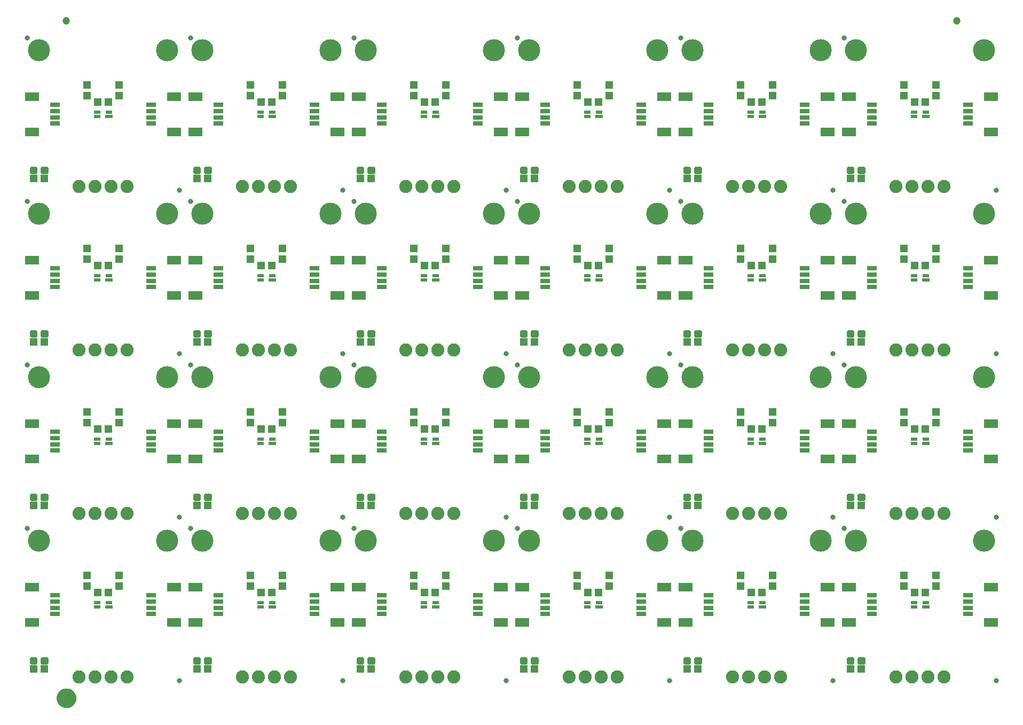
<source format=gts>
G75*
%MOIN*%
%OFA0B0*%
%FSLAX25Y25*%
%IPPOS*%
%LPD*%
%AMOC8*
5,1,8,0,0,1.08239X$1,22.5*
%
%ADD10R,0.04343X0.02178*%
%ADD11R,0.04737X0.02178*%
%ADD12R,0.05131X0.04737*%
%ADD13C,0.01990*%
%ADD14R,0.04737X0.05131*%
%ADD15R,0.08674X0.05524*%
%ADD16R,0.06115X0.03162*%
%ADD17C,0.08200*%
%ADD18C,0.13800*%
%ADD19C,0.03300*%
%ADD20C,0.04737*%
%ADD21C,0.05000*%
%ADD22C,0.06706*%
D10*
X0075010Y0077372D03*
X0075010Y0080128D03*
X0082490Y0080128D03*
X0177010Y0080128D03*
X0177010Y0077372D03*
X0184490Y0080128D03*
X0279010Y0080128D03*
X0279010Y0077372D03*
X0286490Y0080128D03*
X0381010Y0080128D03*
X0381010Y0077372D03*
X0388490Y0080128D03*
X0483010Y0080128D03*
X0483010Y0077372D03*
X0490490Y0080128D03*
X0585010Y0080128D03*
X0585010Y0077372D03*
X0592490Y0080128D03*
X0585010Y0179372D03*
X0585010Y0182128D03*
X0592490Y0182128D03*
X0490490Y0182128D03*
X0483010Y0182128D03*
X0483010Y0179372D03*
X0388490Y0182128D03*
X0381010Y0182128D03*
X0381010Y0179372D03*
X0286490Y0182128D03*
X0279010Y0182128D03*
X0279010Y0179372D03*
X0184490Y0182128D03*
X0177010Y0182128D03*
X0177010Y0179372D03*
X0082490Y0182128D03*
X0075010Y0182128D03*
X0075010Y0179372D03*
X0075010Y0281372D03*
X0075010Y0284128D03*
X0082490Y0284128D03*
X0177010Y0284128D03*
X0177010Y0281372D03*
X0184490Y0284128D03*
X0279010Y0284128D03*
X0279010Y0281372D03*
X0286490Y0284128D03*
X0381010Y0284128D03*
X0381010Y0281372D03*
X0388490Y0284128D03*
X0483010Y0284128D03*
X0483010Y0281372D03*
X0490490Y0284128D03*
X0585010Y0284128D03*
X0585010Y0281372D03*
X0592490Y0284128D03*
X0585010Y0383372D03*
X0585010Y0386128D03*
X0592490Y0386128D03*
X0490490Y0386128D03*
X0483010Y0386128D03*
X0483010Y0383372D03*
X0388490Y0386128D03*
X0381010Y0386128D03*
X0381010Y0383372D03*
X0286490Y0386128D03*
X0279010Y0386128D03*
X0279010Y0383372D03*
X0184490Y0386128D03*
X0177010Y0386128D03*
X0177010Y0383372D03*
X0082490Y0386128D03*
X0075010Y0386128D03*
X0075010Y0383372D03*
D11*
X0082293Y0383372D03*
X0184293Y0383372D03*
X0286293Y0383372D03*
X0388293Y0383372D03*
X0490293Y0383372D03*
X0592293Y0383372D03*
X0592293Y0281372D03*
X0490293Y0281372D03*
X0388293Y0281372D03*
X0286293Y0281372D03*
X0184293Y0281372D03*
X0082293Y0281372D03*
X0082293Y0179372D03*
X0184293Y0179372D03*
X0286293Y0179372D03*
X0388293Y0179372D03*
X0490293Y0179372D03*
X0592293Y0179372D03*
X0592293Y0077372D03*
X0490293Y0077372D03*
X0388293Y0077372D03*
X0286293Y0077372D03*
X0184293Y0077372D03*
X0082293Y0077372D03*
D12*
X0035404Y0038750D03*
X0042096Y0038750D03*
X0075404Y0086250D03*
X0082096Y0086250D03*
X0042096Y0140750D03*
X0035404Y0140750D03*
X0075404Y0188250D03*
X0082096Y0188250D03*
X0137404Y0140750D03*
X0144096Y0140750D03*
X0177404Y0188250D03*
X0184096Y0188250D03*
X0239404Y0140750D03*
X0246096Y0140750D03*
X0279404Y0188250D03*
X0286096Y0188250D03*
X0341404Y0140750D03*
X0348096Y0140750D03*
X0381404Y0188250D03*
X0388096Y0188250D03*
X0443404Y0140750D03*
X0450096Y0140750D03*
X0483404Y0188250D03*
X0490096Y0188250D03*
X0545404Y0140750D03*
X0552096Y0140750D03*
X0585404Y0188250D03*
X0592096Y0188250D03*
X0552096Y0242750D03*
X0545404Y0242750D03*
X0585404Y0290250D03*
X0592096Y0290250D03*
X0552096Y0344750D03*
X0545404Y0344750D03*
X0585404Y0392250D03*
X0592096Y0392250D03*
X0490096Y0392250D03*
X0483404Y0392250D03*
X0450096Y0344750D03*
X0443404Y0344750D03*
X0388096Y0392250D03*
X0381404Y0392250D03*
X0348096Y0344750D03*
X0341404Y0344750D03*
X0286096Y0392250D03*
X0279404Y0392250D03*
X0246096Y0344750D03*
X0239404Y0344750D03*
X0184096Y0392250D03*
X0177404Y0392250D03*
X0144096Y0344750D03*
X0137404Y0344750D03*
X0082096Y0392250D03*
X0075404Y0392250D03*
X0042096Y0344750D03*
X0035404Y0344750D03*
X0075404Y0290250D03*
X0082096Y0290250D03*
X0042096Y0242750D03*
X0035404Y0242750D03*
X0137404Y0242750D03*
X0144096Y0242750D03*
X0177404Y0290250D03*
X0184096Y0290250D03*
X0239404Y0242750D03*
X0246096Y0242750D03*
X0279404Y0290250D03*
X0286096Y0290250D03*
X0341404Y0242750D03*
X0348096Y0242750D03*
X0381404Y0290250D03*
X0388096Y0290250D03*
X0443404Y0242750D03*
X0450096Y0242750D03*
X0483404Y0290250D03*
X0490096Y0290250D03*
X0490096Y0086250D03*
X0483404Y0086250D03*
X0450096Y0038750D03*
X0443404Y0038750D03*
X0388096Y0086250D03*
X0381404Y0086250D03*
X0348096Y0038750D03*
X0341404Y0038750D03*
X0286096Y0086250D03*
X0279404Y0086250D03*
X0246096Y0038750D03*
X0239404Y0038750D03*
X0184096Y0086250D03*
X0177404Y0086250D03*
X0144096Y0038750D03*
X0137404Y0038750D03*
X0545404Y0038750D03*
X0552096Y0038750D03*
X0585404Y0086250D03*
X0592096Y0086250D03*
D13*
X0550830Y0045123D02*
X0550830Y0042377D01*
X0550830Y0045123D02*
X0553576Y0045123D01*
X0553576Y0042377D01*
X0550830Y0042377D01*
X0550830Y0044267D02*
X0553576Y0044267D01*
X0543924Y0045123D02*
X0543924Y0042377D01*
X0543924Y0045123D02*
X0546670Y0045123D01*
X0546670Y0042377D01*
X0543924Y0042377D01*
X0543924Y0044267D02*
X0546670Y0044267D01*
X0448830Y0045123D02*
X0448830Y0042377D01*
X0448830Y0045123D02*
X0451576Y0045123D01*
X0451576Y0042377D01*
X0448830Y0042377D01*
X0448830Y0044267D02*
X0451576Y0044267D01*
X0441924Y0045123D02*
X0441924Y0042377D01*
X0441924Y0045123D02*
X0444670Y0045123D01*
X0444670Y0042377D01*
X0441924Y0042377D01*
X0441924Y0044267D02*
X0444670Y0044267D01*
X0346830Y0045123D02*
X0346830Y0042377D01*
X0346830Y0045123D02*
X0349576Y0045123D01*
X0349576Y0042377D01*
X0346830Y0042377D01*
X0346830Y0044267D02*
X0349576Y0044267D01*
X0339924Y0045123D02*
X0339924Y0042377D01*
X0339924Y0045123D02*
X0342670Y0045123D01*
X0342670Y0042377D01*
X0339924Y0042377D01*
X0339924Y0044267D02*
X0342670Y0044267D01*
X0244830Y0045123D02*
X0244830Y0042377D01*
X0244830Y0045123D02*
X0247576Y0045123D01*
X0247576Y0042377D01*
X0244830Y0042377D01*
X0244830Y0044267D02*
X0247576Y0044267D01*
X0237924Y0045123D02*
X0237924Y0042377D01*
X0237924Y0045123D02*
X0240670Y0045123D01*
X0240670Y0042377D01*
X0237924Y0042377D01*
X0237924Y0044267D02*
X0240670Y0044267D01*
X0142830Y0045123D02*
X0142830Y0042377D01*
X0142830Y0045123D02*
X0145576Y0045123D01*
X0145576Y0042377D01*
X0142830Y0042377D01*
X0142830Y0044267D02*
X0145576Y0044267D01*
X0135924Y0045123D02*
X0135924Y0042377D01*
X0135924Y0045123D02*
X0138670Y0045123D01*
X0138670Y0042377D01*
X0135924Y0042377D01*
X0135924Y0044267D02*
X0138670Y0044267D01*
X0040830Y0045123D02*
X0040830Y0042377D01*
X0040830Y0045123D02*
X0043576Y0045123D01*
X0043576Y0042377D01*
X0040830Y0042377D01*
X0040830Y0044267D02*
X0043576Y0044267D01*
X0033924Y0045123D02*
X0033924Y0042377D01*
X0033924Y0045123D02*
X0036670Y0045123D01*
X0036670Y0042377D01*
X0033924Y0042377D01*
X0033924Y0044267D02*
X0036670Y0044267D01*
X0033924Y0144377D02*
X0033924Y0147123D01*
X0036670Y0147123D01*
X0036670Y0144377D01*
X0033924Y0144377D01*
X0033924Y0146267D02*
X0036670Y0146267D01*
X0040830Y0147123D02*
X0040830Y0144377D01*
X0040830Y0147123D02*
X0043576Y0147123D01*
X0043576Y0144377D01*
X0040830Y0144377D01*
X0040830Y0146267D02*
X0043576Y0146267D01*
X0135924Y0147123D02*
X0135924Y0144377D01*
X0135924Y0147123D02*
X0138670Y0147123D01*
X0138670Y0144377D01*
X0135924Y0144377D01*
X0135924Y0146267D02*
X0138670Y0146267D01*
X0142830Y0147123D02*
X0142830Y0144377D01*
X0142830Y0147123D02*
X0145576Y0147123D01*
X0145576Y0144377D01*
X0142830Y0144377D01*
X0142830Y0146267D02*
X0145576Y0146267D01*
X0237924Y0147123D02*
X0237924Y0144377D01*
X0237924Y0147123D02*
X0240670Y0147123D01*
X0240670Y0144377D01*
X0237924Y0144377D01*
X0237924Y0146267D02*
X0240670Y0146267D01*
X0244830Y0147123D02*
X0244830Y0144377D01*
X0244830Y0147123D02*
X0247576Y0147123D01*
X0247576Y0144377D01*
X0244830Y0144377D01*
X0244830Y0146267D02*
X0247576Y0146267D01*
X0339924Y0147123D02*
X0339924Y0144377D01*
X0339924Y0147123D02*
X0342670Y0147123D01*
X0342670Y0144377D01*
X0339924Y0144377D01*
X0339924Y0146267D02*
X0342670Y0146267D01*
X0346830Y0147123D02*
X0346830Y0144377D01*
X0346830Y0147123D02*
X0349576Y0147123D01*
X0349576Y0144377D01*
X0346830Y0144377D01*
X0346830Y0146267D02*
X0349576Y0146267D01*
X0441924Y0147123D02*
X0441924Y0144377D01*
X0441924Y0147123D02*
X0444670Y0147123D01*
X0444670Y0144377D01*
X0441924Y0144377D01*
X0441924Y0146267D02*
X0444670Y0146267D01*
X0448830Y0147123D02*
X0448830Y0144377D01*
X0448830Y0147123D02*
X0451576Y0147123D01*
X0451576Y0144377D01*
X0448830Y0144377D01*
X0448830Y0146267D02*
X0451576Y0146267D01*
X0543924Y0147123D02*
X0543924Y0144377D01*
X0543924Y0147123D02*
X0546670Y0147123D01*
X0546670Y0144377D01*
X0543924Y0144377D01*
X0543924Y0146267D02*
X0546670Y0146267D01*
X0550830Y0147123D02*
X0550830Y0144377D01*
X0550830Y0147123D02*
X0553576Y0147123D01*
X0553576Y0144377D01*
X0550830Y0144377D01*
X0550830Y0146267D02*
X0553576Y0146267D01*
X0550830Y0246377D02*
X0550830Y0249123D01*
X0553576Y0249123D01*
X0553576Y0246377D01*
X0550830Y0246377D01*
X0550830Y0248267D02*
X0553576Y0248267D01*
X0543924Y0249123D02*
X0543924Y0246377D01*
X0543924Y0249123D02*
X0546670Y0249123D01*
X0546670Y0246377D01*
X0543924Y0246377D01*
X0543924Y0248267D02*
X0546670Y0248267D01*
X0448830Y0249123D02*
X0448830Y0246377D01*
X0448830Y0249123D02*
X0451576Y0249123D01*
X0451576Y0246377D01*
X0448830Y0246377D01*
X0448830Y0248267D02*
X0451576Y0248267D01*
X0441924Y0249123D02*
X0441924Y0246377D01*
X0441924Y0249123D02*
X0444670Y0249123D01*
X0444670Y0246377D01*
X0441924Y0246377D01*
X0441924Y0248267D02*
X0444670Y0248267D01*
X0346830Y0249123D02*
X0346830Y0246377D01*
X0346830Y0249123D02*
X0349576Y0249123D01*
X0349576Y0246377D01*
X0346830Y0246377D01*
X0346830Y0248267D02*
X0349576Y0248267D01*
X0339924Y0249123D02*
X0339924Y0246377D01*
X0339924Y0249123D02*
X0342670Y0249123D01*
X0342670Y0246377D01*
X0339924Y0246377D01*
X0339924Y0248267D02*
X0342670Y0248267D01*
X0244830Y0249123D02*
X0244830Y0246377D01*
X0244830Y0249123D02*
X0247576Y0249123D01*
X0247576Y0246377D01*
X0244830Y0246377D01*
X0244830Y0248267D02*
X0247576Y0248267D01*
X0237924Y0249123D02*
X0237924Y0246377D01*
X0237924Y0249123D02*
X0240670Y0249123D01*
X0240670Y0246377D01*
X0237924Y0246377D01*
X0237924Y0248267D02*
X0240670Y0248267D01*
X0142830Y0249123D02*
X0142830Y0246377D01*
X0142830Y0249123D02*
X0145576Y0249123D01*
X0145576Y0246377D01*
X0142830Y0246377D01*
X0142830Y0248267D02*
X0145576Y0248267D01*
X0135924Y0249123D02*
X0135924Y0246377D01*
X0135924Y0249123D02*
X0138670Y0249123D01*
X0138670Y0246377D01*
X0135924Y0246377D01*
X0135924Y0248267D02*
X0138670Y0248267D01*
X0040830Y0249123D02*
X0040830Y0246377D01*
X0040830Y0249123D02*
X0043576Y0249123D01*
X0043576Y0246377D01*
X0040830Y0246377D01*
X0040830Y0248267D02*
X0043576Y0248267D01*
X0033924Y0249123D02*
X0033924Y0246377D01*
X0033924Y0249123D02*
X0036670Y0249123D01*
X0036670Y0246377D01*
X0033924Y0246377D01*
X0033924Y0248267D02*
X0036670Y0248267D01*
X0033924Y0348377D02*
X0033924Y0351123D01*
X0036670Y0351123D01*
X0036670Y0348377D01*
X0033924Y0348377D01*
X0033924Y0350267D02*
X0036670Y0350267D01*
X0040830Y0351123D02*
X0040830Y0348377D01*
X0040830Y0351123D02*
X0043576Y0351123D01*
X0043576Y0348377D01*
X0040830Y0348377D01*
X0040830Y0350267D02*
X0043576Y0350267D01*
X0135924Y0351123D02*
X0135924Y0348377D01*
X0135924Y0351123D02*
X0138670Y0351123D01*
X0138670Y0348377D01*
X0135924Y0348377D01*
X0135924Y0350267D02*
X0138670Y0350267D01*
X0142830Y0351123D02*
X0142830Y0348377D01*
X0142830Y0351123D02*
X0145576Y0351123D01*
X0145576Y0348377D01*
X0142830Y0348377D01*
X0142830Y0350267D02*
X0145576Y0350267D01*
X0237924Y0351123D02*
X0237924Y0348377D01*
X0237924Y0351123D02*
X0240670Y0351123D01*
X0240670Y0348377D01*
X0237924Y0348377D01*
X0237924Y0350267D02*
X0240670Y0350267D01*
X0244830Y0351123D02*
X0244830Y0348377D01*
X0244830Y0351123D02*
X0247576Y0351123D01*
X0247576Y0348377D01*
X0244830Y0348377D01*
X0244830Y0350267D02*
X0247576Y0350267D01*
X0339924Y0351123D02*
X0339924Y0348377D01*
X0339924Y0351123D02*
X0342670Y0351123D01*
X0342670Y0348377D01*
X0339924Y0348377D01*
X0339924Y0350267D02*
X0342670Y0350267D01*
X0346830Y0351123D02*
X0346830Y0348377D01*
X0346830Y0351123D02*
X0349576Y0351123D01*
X0349576Y0348377D01*
X0346830Y0348377D01*
X0346830Y0350267D02*
X0349576Y0350267D01*
X0441924Y0351123D02*
X0441924Y0348377D01*
X0441924Y0351123D02*
X0444670Y0351123D01*
X0444670Y0348377D01*
X0441924Y0348377D01*
X0441924Y0350267D02*
X0444670Y0350267D01*
X0448830Y0351123D02*
X0448830Y0348377D01*
X0448830Y0351123D02*
X0451576Y0351123D01*
X0451576Y0348377D01*
X0448830Y0348377D01*
X0448830Y0350267D02*
X0451576Y0350267D01*
X0543924Y0351123D02*
X0543924Y0348377D01*
X0543924Y0351123D02*
X0546670Y0351123D01*
X0546670Y0348377D01*
X0543924Y0348377D01*
X0543924Y0350267D02*
X0546670Y0350267D01*
X0550830Y0351123D02*
X0550830Y0348377D01*
X0550830Y0351123D02*
X0553576Y0351123D01*
X0553576Y0348377D01*
X0550830Y0348377D01*
X0550830Y0350267D02*
X0553576Y0350267D01*
D14*
X0578750Y0396404D03*
X0578750Y0403096D03*
X0598750Y0403096D03*
X0598750Y0396404D03*
X0496750Y0396404D03*
X0496750Y0403096D03*
X0476750Y0403096D03*
X0476750Y0396404D03*
X0394750Y0396404D03*
X0394750Y0403096D03*
X0374750Y0403096D03*
X0374750Y0396404D03*
X0292750Y0396404D03*
X0292750Y0403096D03*
X0272750Y0403096D03*
X0272750Y0396404D03*
X0190750Y0396404D03*
X0190750Y0403096D03*
X0170750Y0403096D03*
X0170750Y0396404D03*
X0088750Y0396404D03*
X0088750Y0403096D03*
X0068750Y0403096D03*
X0068750Y0396404D03*
X0068750Y0301096D03*
X0068750Y0294404D03*
X0088750Y0294404D03*
X0088750Y0301096D03*
X0170750Y0301096D03*
X0170750Y0294404D03*
X0190750Y0294404D03*
X0190750Y0301096D03*
X0272750Y0301096D03*
X0272750Y0294404D03*
X0292750Y0294404D03*
X0292750Y0301096D03*
X0374750Y0301096D03*
X0374750Y0294404D03*
X0394750Y0294404D03*
X0394750Y0301096D03*
X0476750Y0301096D03*
X0476750Y0294404D03*
X0496750Y0294404D03*
X0496750Y0301096D03*
X0578750Y0301096D03*
X0578750Y0294404D03*
X0598750Y0294404D03*
X0598750Y0301096D03*
X0598750Y0199096D03*
X0598750Y0192404D03*
X0578750Y0192404D03*
X0578750Y0199096D03*
X0496750Y0199096D03*
X0496750Y0192404D03*
X0476750Y0192404D03*
X0476750Y0199096D03*
X0394750Y0199096D03*
X0394750Y0192404D03*
X0374750Y0192404D03*
X0374750Y0199096D03*
X0292750Y0199096D03*
X0292750Y0192404D03*
X0272750Y0192404D03*
X0272750Y0199096D03*
X0190750Y0199096D03*
X0190750Y0192404D03*
X0170750Y0192404D03*
X0170750Y0199096D03*
X0088750Y0199096D03*
X0088750Y0192404D03*
X0068750Y0192404D03*
X0068750Y0199096D03*
X0068750Y0097096D03*
X0068750Y0090404D03*
X0088750Y0090404D03*
X0088750Y0097096D03*
X0170750Y0097096D03*
X0170750Y0090404D03*
X0190750Y0090404D03*
X0190750Y0097096D03*
X0272750Y0097096D03*
X0272750Y0090404D03*
X0292750Y0090404D03*
X0292750Y0097096D03*
X0374750Y0097096D03*
X0374750Y0090404D03*
X0394750Y0090404D03*
X0394750Y0097096D03*
X0476750Y0097096D03*
X0476750Y0090404D03*
X0496750Y0090404D03*
X0496750Y0097096D03*
X0578750Y0097096D03*
X0578750Y0090404D03*
X0598750Y0090404D03*
X0598750Y0097096D03*
D15*
X0633219Y0089774D03*
X0633219Y0067726D03*
X0544281Y0067726D03*
X0531219Y0067726D03*
X0531219Y0089774D03*
X0544281Y0089774D03*
X0442281Y0089774D03*
X0429219Y0089774D03*
X0429219Y0067726D03*
X0442281Y0067726D03*
X0340281Y0067726D03*
X0327219Y0067726D03*
X0327219Y0089774D03*
X0340281Y0089774D03*
X0238281Y0089774D03*
X0225219Y0089774D03*
X0225219Y0067726D03*
X0238281Y0067726D03*
X0136281Y0067726D03*
X0123219Y0067726D03*
X0123219Y0089774D03*
X0136281Y0089774D03*
X0034281Y0089774D03*
X0034281Y0067726D03*
X0034281Y0169726D03*
X0034281Y0191774D03*
X0123219Y0191774D03*
X0136281Y0191774D03*
X0136281Y0169726D03*
X0123219Y0169726D03*
X0225219Y0169726D03*
X0238281Y0169726D03*
X0238281Y0191774D03*
X0225219Y0191774D03*
X0327219Y0191774D03*
X0340281Y0191774D03*
X0340281Y0169726D03*
X0327219Y0169726D03*
X0429219Y0169726D03*
X0442281Y0169726D03*
X0442281Y0191774D03*
X0429219Y0191774D03*
X0531219Y0191774D03*
X0544281Y0191774D03*
X0544281Y0169726D03*
X0531219Y0169726D03*
X0633219Y0169726D03*
X0633219Y0191774D03*
X0633219Y0271726D03*
X0633219Y0293774D03*
X0544281Y0293774D03*
X0531219Y0293774D03*
X0531219Y0271726D03*
X0544281Y0271726D03*
X0442281Y0271726D03*
X0429219Y0271726D03*
X0429219Y0293774D03*
X0442281Y0293774D03*
X0340281Y0293774D03*
X0327219Y0293774D03*
X0327219Y0271726D03*
X0340281Y0271726D03*
X0238281Y0271726D03*
X0225219Y0271726D03*
X0225219Y0293774D03*
X0238281Y0293774D03*
X0136281Y0293774D03*
X0123219Y0293774D03*
X0123219Y0271726D03*
X0136281Y0271726D03*
X0034281Y0271726D03*
X0034281Y0293774D03*
X0034281Y0373726D03*
X0034281Y0395774D03*
X0123219Y0395774D03*
X0136281Y0395774D03*
X0136281Y0373726D03*
X0123219Y0373726D03*
X0225219Y0373726D03*
X0238281Y0373726D03*
X0238281Y0395774D03*
X0225219Y0395774D03*
X0327219Y0395774D03*
X0340281Y0395774D03*
X0340281Y0373726D03*
X0327219Y0373726D03*
X0429219Y0373726D03*
X0442281Y0373726D03*
X0442281Y0395774D03*
X0429219Y0395774D03*
X0531219Y0395774D03*
X0544281Y0395774D03*
X0544281Y0373726D03*
X0531219Y0373726D03*
X0633219Y0373726D03*
X0633219Y0395774D03*
D16*
X0618750Y0390656D03*
X0618750Y0386719D03*
X0618750Y0382781D03*
X0618750Y0378844D03*
X0558750Y0378844D03*
X0558750Y0382781D03*
X0558750Y0386719D03*
X0558750Y0390656D03*
X0516750Y0390656D03*
X0516750Y0386719D03*
X0516750Y0382781D03*
X0516750Y0378844D03*
X0456750Y0378844D03*
X0456750Y0382781D03*
X0456750Y0386719D03*
X0456750Y0390656D03*
X0414750Y0390656D03*
X0414750Y0386719D03*
X0414750Y0382781D03*
X0414750Y0378844D03*
X0354750Y0378844D03*
X0354750Y0382781D03*
X0354750Y0386719D03*
X0354750Y0390656D03*
X0312750Y0390656D03*
X0312750Y0386719D03*
X0312750Y0382781D03*
X0312750Y0378844D03*
X0252750Y0378844D03*
X0252750Y0382781D03*
X0252750Y0386719D03*
X0252750Y0390656D03*
X0210750Y0390656D03*
X0210750Y0386719D03*
X0210750Y0382781D03*
X0210750Y0378844D03*
X0150750Y0378844D03*
X0150750Y0382781D03*
X0150750Y0386719D03*
X0150750Y0390656D03*
X0108750Y0390656D03*
X0108750Y0386719D03*
X0108750Y0382781D03*
X0108750Y0378844D03*
X0048750Y0378844D03*
X0048750Y0382781D03*
X0048750Y0386719D03*
X0048750Y0390656D03*
X0048750Y0288656D03*
X0048750Y0284719D03*
X0048750Y0280781D03*
X0048750Y0276844D03*
X0108750Y0276844D03*
X0108750Y0280781D03*
X0108750Y0284719D03*
X0108750Y0288656D03*
X0150750Y0288656D03*
X0150750Y0284719D03*
X0150750Y0280781D03*
X0150750Y0276844D03*
X0210750Y0276844D03*
X0210750Y0280781D03*
X0210750Y0284719D03*
X0210750Y0288656D03*
X0252750Y0288656D03*
X0252750Y0284719D03*
X0252750Y0280781D03*
X0252750Y0276844D03*
X0312750Y0276844D03*
X0312750Y0280781D03*
X0312750Y0284719D03*
X0312750Y0288656D03*
X0354750Y0288656D03*
X0354750Y0284719D03*
X0354750Y0280781D03*
X0354750Y0276844D03*
X0414750Y0276844D03*
X0414750Y0280781D03*
X0414750Y0284719D03*
X0414750Y0288656D03*
X0456750Y0288656D03*
X0456750Y0284719D03*
X0456750Y0280781D03*
X0456750Y0276844D03*
X0516750Y0276844D03*
X0516750Y0280781D03*
X0516750Y0284719D03*
X0516750Y0288656D03*
X0558750Y0288656D03*
X0558750Y0284719D03*
X0558750Y0280781D03*
X0558750Y0276844D03*
X0618750Y0276844D03*
X0618750Y0280781D03*
X0618750Y0284719D03*
X0618750Y0288656D03*
X0618750Y0186656D03*
X0618750Y0182719D03*
X0618750Y0178781D03*
X0618750Y0174844D03*
X0558750Y0174844D03*
X0558750Y0178781D03*
X0558750Y0182719D03*
X0558750Y0186656D03*
X0516750Y0186656D03*
X0516750Y0182719D03*
X0516750Y0178781D03*
X0516750Y0174844D03*
X0456750Y0174844D03*
X0456750Y0178781D03*
X0456750Y0182719D03*
X0456750Y0186656D03*
X0414750Y0186656D03*
X0414750Y0182719D03*
X0414750Y0178781D03*
X0414750Y0174844D03*
X0354750Y0174844D03*
X0354750Y0178781D03*
X0354750Y0182719D03*
X0354750Y0186656D03*
X0312750Y0186656D03*
X0312750Y0182719D03*
X0312750Y0178781D03*
X0312750Y0174844D03*
X0252750Y0174844D03*
X0252750Y0178781D03*
X0252750Y0182719D03*
X0252750Y0186656D03*
X0210750Y0186656D03*
X0210750Y0182719D03*
X0210750Y0178781D03*
X0210750Y0174844D03*
X0150750Y0174844D03*
X0150750Y0178781D03*
X0150750Y0182719D03*
X0150750Y0186656D03*
X0108750Y0186656D03*
X0108750Y0182719D03*
X0108750Y0178781D03*
X0108750Y0174844D03*
X0048750Y0174844D03*
X0048750Y0178781D03*
X0048750Y0182719D03*
X0048750Y0186656D03*
X0048750Y0084656D03*
X0048750Y0080719D03*
X0048750Y0076781D03*
X0048750Y0072844D03*
X0108750Y0072844D03*
X0108750Y0076781D03*
X0108750Y0080719D03*
X0108750Y0084656D03*
X0150750Y0084656D03*
X0150750Y0080719D03*
X0150750Y0076781D03*
X0150750Y0072844D03*
X0210750Y0072844D03*
X0210750Y0076781D03*
X0210750Y0080719D03*
X0210750Y0084656D03*
X0252750Y0084656D03*
X0252750Y0080719D03*
X0252750Y0076781D03*
X0252750Y0072844D03*
X0312750Y0072844D03*
X0312750Y0076781D03*
X0312750Y0080719D03*
X0312750Y0084656D03*
X0354750Y0084656D03*
X0354750Y0080719D03*
X0354750Y0076781D03*
X0354750Y0072844D03*
X0414750Y0072844D03*
X0414750Y0076781D03*
X0414750Y0080719D03*
X0414750Y0084656D03*
X0456750Y0084656D03*
X0456750Y0080719D03*
X0456750Y0076781D03*
X0456750Y0072844D03*
X0516750Y0072844D03*
X0516750Y0076781D03*
X0516750Y0080719D03*
X0516750Y0084656D03*
X0558750Y0084656D03*
X0558750Y0080719D03*
X0558750Y0076781D03*
X0558750Y0072844D03*
X0618750Y0072844D03*
X0618750Y0076781D03*
X0618750Y0080719D03*
X0618750Y0084656D03*
D17*
X0603750Y0033750D03*
X0593750Y0033750D03*
X0583750Y0033750D03*
X0573750Y0033750D03*
X0501750Y0033750D03*
X0491750Y0033750D03*
X0481750Y0033750D03*
X0471750Y0033750D03*
X0399750Y0033750D03*
X0389750Y0033750D03*
X0379750Y0033750D03*
X0369750Y0033750D03*
X0297750Y0033750D03*
X0287750Y0033750D03*
X0277750Y0033750D03*
X0267750Y0033750D03*
X0195750Y0033750D03*
X0185750Y0033750D03*
X0175750Y0033750D03*
X0165750Y0033750D03*
X0093750Y0033750D03*
X0083750Y0033750D03*
X0073750Y0033750D03*
X0063750Y0033750D03*
X0063750Y0135750D03*
X0073750Y0135750D03*
X0083750Y0135750D03*
X0093750Y0135750D03*
X0165750Y0135750D03*
X0175750Y0135750D03*
X0185750Y0135750D03*
X0195750Y0135750D03*
X0267750Y0135750D03*
X0277750Y0135750D03*
X0287750Y0135750D03*
X0297750Y0135750D03*
X0369750Y0135750D03*
X0379750Y0135750D03*
X0389750Y0135750D03*
X0399750Y0135750D03*
X0471750Y0135750D03*
X0481750Y0135750D03*
X0491750Y0135750D03*
X0501750Y0135750D03*
X0573750Y0135750D03*
X0583750Y0135750D03*
X0593750Y0135750D03*
X0603750Y0135750D03*
X0603750Y0237750D03*
X0593750Y0237750D03*
X0583750Y0237750D03*
X0573750Y0237750D03*
X0501750Y0237750D03*
X0491750Y0237750D03*
X0481750Y0237750D03*
X0471750Y0237750D03*
X0399750Y0237750D03*
X0389750Y0237750D03*
X0379750Y0237750D03*
X0369750Y0237750D03*
X0297750Y0237750D03*
X0287750Y0237750D03*
X0277750Y0237750D03*
X0267750Y0237750D03*
X0195750Y0237750D03*
X0185750Y0237750D03*
X0175750Y0237750D03*
X0165750Y0237750D03*
X0093750Y0237750D03*
X0083750Y0237750D03*
X0073750Y0237750D03*
X0063750Y0237750D03*
X0063750Y0339750D03*
X0073750Y0339750D03*
X0083750Y0339750D03*
X0093750Y0339750D03*
X0165750Y0339750D03*
X0175750Y0339750D03*
X0185750Y0339750D03*
X0195750Y0339750D03*
X0267750Y0339750D03*
X0277750Y0339750D03*
X0287750Y0339750D03*
X0297750Y0339750D03*
X0369750Y0339750D03*
X0379750Y0339750D03*
X0389750Y0339750D03*
X0399750Y0339750D03*
X0471750Y0339750D03*
X0481750Y0339750D03*
X0491750Y0339750D03*
X0501750Y0339750D03*
X0573750Y0339750D03*
X0583750Y0339750D03*
X0593750Y0339750D03*
X0603750Y0339750D03*
D18*
X0628750Y0322750D03*
X0548750Y0322750D03*
X0526750Y0322750D03*
X0446750Y0322750D03*
X0424750Y0322750D03*
X0344750Y0322750D03*
X0322750Y0322750D03*
X0242750Y0322750D03*
X0220750Y0322750D03*
X0140750Y0322750D03*
X0118750Y0322750D03*
X0038750Y0322750D03*
X0038750Y0424750D03*
X0118750Y0424750D03*
X0140750Y0424750D03*
X0220750Y0424750D03*
X0242750Y0424750D03*
X0322750Y0424750D03*
X0344750Y0424750D03*
X0424750Y0424750D03*
X0446750Y0424750D03*
X0526750Y0424750D03*
X0548750Y0424750D03*
X0628750Y0424750D03*
X0628750Y0220750D03*
X0548750Y0220750D03*
X0526750Y0220750D03*
X0446750Y0220750D03*
X0424750Y0220750D03*
X0344750Y0220750D03*
X0322750Y0220750D03*
X0242750Y0220750D03*
X0220750Y0220750D03*
X0140750Y0220750D03*
X0118750Y0220750D03*
X0038750Y0220750D03*
X0038750Y0118750D03*
X0118750Y0118750D03*
X0140750Y0118750D03*
X0220750Y0118750D03*
X0242750Y0118750D03*
X0322750Y0118750D03*
X0344750Y0118750D03*
X0424750Y0118750D03*
X0446750Y0118750D03*
X0526750Y0118750D03*
X0548750Y0118750D03*
X0628750Y0118750D03*
D19*
X0636250Y0133250D03*
X0541250Y0126250D03*
X0534250Y0133250D03*
X0439250Y0126250D03*
X0432250Y0133250D03*
X0337250Y0126250D03*
X0330250Y0133250D03*
X0235250Y0126250D03*
X0228250Y0133250D03*
X0133250Y0126250D03*
X0126250Y0133250D03*
X0031250Y0126250D03*
X0126250Y0031250D03*
X0228250Y0031250D03*
X0330250Y0031250D03*
X0432250Y0031250D03*
X0534250Y0031250D03*
X0636250Y0031250D03*
X0541250Y0228250D03*
X0534250Y0235250D03*
X0439250Y0228250D03*
X0432250Y0235250D03*
X0337250Y0228250D03*
X0330250Y0235250D03*
X0235250Y0228250D03*
X0228250Y0235250D03*
X0133250Y0228250D03*
X0126250Y0235250D03*
X0031250Y0228250D03*
X0031250Y0330250D03*
X0126250Y0337250D03*
X0133250Y0330250D03*
X0228250Y0337250D03*
X0235250Y0330250D03*
X0330250Y0337250D03*
X0337250Y0330250D03*
X0432250Y0337250D03*
X0439250Y0330250D03*
X0534250Y0337250D03*
X0541250Y0330250D03*
X0636250Y0337250D03*
X0541250Y0432250D03*
X0439250Y0432250D03*
X0337250Y0432250D03*
X0235250Y0432250D03*
X0133250Y0432250D03*
X0031250Y0432250D03*
X0636250Y0235250D03*
D20*
X0611750Y0443000D03*
X0055750Y0443000D03*
D21*
X0052185Y0020500D02*
X0052187Y0020619D01*
X0052193Y0020738D01*
X0052203Y0020857D01*
X0052217Y0020975D01*
X0052235Y0021093D01*
X0052256Y0021210D01*
X0052282Y0021326D01*
X0052312Y0021442D01*
X0052345Y0021556D01*
X0052382Y0021669D01*
X0052423Y0021781D01*
X0052468Y0021892D01*
X0052516Y0022001D01*
X0052568Y0022108D01*
X0052624Y0022213D01*
X0052683Y0022317D01*
X0052745Y0022418D01*
X0052811Y0022518D01*
X0052880Y0022615D01*
X0052952Y0022709D01*
X0053028Y0022802D01*
X0053106Y0022891D01*
X0053187Y0022978D01*
X0053272Y0023063D01*
X0053359Y0023144D01*
X0053448Y0023222D01*
X0053541Y0023298D01*
X0053635Y0023370D01*
X0053732Y0023439D01*
X0053832Y0023505D01*
X0053933Y0023567D01*
X0054037Y0023626D01*
X0054142Y0023682D01*
X0054249Y0023734D01*
X0054358Y0023782D01*
X0054469Y0023827D01*
X0054581Y0023868D01*
X0054694Y0023905D01*
X0054808Y0023938D01*
X0054924Y0023968D01*
X0055040Y0023994D01*
X0055157Y0024015D01*
X0055275Y0024033D01*
X0055393Y0024047D01*
X0055512Y0024057D01*
X0055631Y0024063D01*
X0055750Y0024065D01*
X0055869Y0024063D01*
X0055988Y0024057D01*
X0056107Y0024047D01*
X0056225Y0024033D01*
X0056343Y0024015D01*
X0056460Y0023994D01*
X0056576Y0023968D01*
X0056692Y0023938D01*
X0056806Y0023905D01*
X0056919Y0023868D01*
X0057031Y0023827D01*
X0057142Y0023782D01*
X0057251Y0023734D01*
X0057358Y0023682D01*
X0057463Y0023626D01*
X0057567Y0023567D01*
X0057668Y0023505D01*
X0057768Y0023439D01*
X0057865Y0023370D01*
X0057959Y0023298D01*
X0058052Y0023222D01*
X0058141Y0023144D01*
X0058228Y0023063D01*
X0058313Y0022978D01*
X0058394Y0022891D01*
X0058472Y0022802D01*
X0058548Y0022709D01*
X0058620Y0022615D01*
X0058689Y0022518D01*
X0058755Y0022418D01*
X0058817Y0022317D01*
X0058876Y0022213D01*
X0058932Y0022108D01*
X0058984Y0022001D01*
X0059032Y0021892D01*
X0059077Y0021781D01*
X0059118Y0021669D01*
X0059155Y0021556D01*
X0059188Y0021442D01*
X0059218Y0021326D01*
X0059244Y0021210D01*
X0059265Y0021093D01*
X0059283Y0020975D01*
X0059297Y0020857D01*
X0059307Y0020738D01*
X0059313Y0020619D01*
X0059315Y0020500D01*
X0059313Y0020381D01*
X0059307Y0020262D01*
X0059297Y0020143D01*
X0059283Y0020025D01*
X0059265Y0019907D01*
X0059244Y0019790D01*
X0059218Y0019674D01*
X0059188Y0019558D01*
X0059155Y0019444D01*
X0059118Y0019331D01*
X0059077Y0019219D01*
X0059032Y0019108D01*
X0058984Y0018999D01*
X0058932Y0018892D01*
X0058876Y0018787D01*
X0058817Y0018683D01*
X0058755Y0018582D01*
X0058689Y0018482D01*
X0058620Y0018385D01*
X0058548Y0018291D01*
X0058472Y0018198D01*
X0058394Y0018109D01*
X0058313Y0018022D01*
X0058228Y0017937D01*
X0058141Y0017856D01*
X0058052Y0017778D01*
X0057959Y0017702D01*
X0057865Y0017630D01*
X0057768Y0017561D01*
X0057668Y0017495D01*
X0057567Y0017433D01*
X0057463Y0017374D01*
X0057358Y0017318D01*
X0057251Y0017266D01*
X0057142Y0017218D01*
X0057031Y0017173D01*
X0056919Y0017132D01*
X0056806Y0017095D01*
X0056692Y0017062D01*
X0056576Y0017032D01*
X0056460Y0017006D01*
X0056343Y0016985D01*
X0056225Y0016967D01*
X0056107Y0016953D01*
X0055988Y0016943D01*
X0055869Y0016937D01*
X0055750Y0016935D01*
X0055631Y0016937D01*
X0055512Y0016943D01*
X0055393Y0016953D01*
X0055275Y0016967D01*
X0055157Y0016985D01*
X0055040Y0017006D01*
X0054924Y0017032D01*
X0054808Y0017062D01*
X0054694Y0017095D01*
X0054581Y0017132D01*
X0054469Y0017173D01*
X0054358Y0017218D01*
X0054249Y0017266D01*
X0054142Y0017318D01*
X0054037Y0017374D01*
X0053933Y0017433D01*
X0053832Y0017495D01*
X0053732Y0017561D01*
X0053635Y0017630D01*
X0053541Y0017702D01*
X0053448Y0017778D01*
X0053359Y0017856D01*
X0053272Y0017937D01*
X0053187Y0018022D01*
X0053106Y0018109D01*
X0053028Y0018198D01*
X0052952Y0018291D01*
X0052880Y0018385D01*
X0052811Y0018482D01*
X0052745Y0018582D01*
X0052683Y0018683D01*
X0052624Y0018787D01*
X0052568Y0018892D01*
X0052516Y0018999D01*
X0052468Y0019108D01*
X0052423Y0019219D01*
X0052382Y0019331D01*
X0052345Y0019444D01*
X0052312Y0019558D01*
X0052282Y0019674D01*
X0052256Y0019790D01*
X0052235Y0019907D01*
X0052217Y0020025D01*
X0052203Y0020143D01*
X0052193Y0020262D01*
X0052187Y0020381D01*
X0052185Y0020500D01*
D22*
X0055750Y0020500D03*
M02*

</source>
